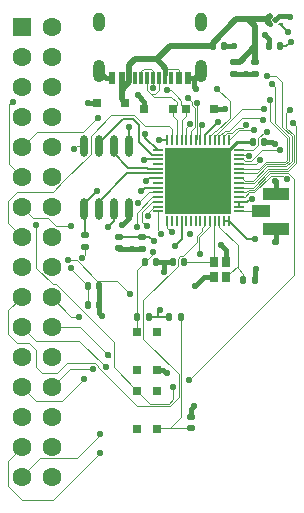
<source format=gbr>
%TF.GenerationSoftware,KiCad,Pcbnew,8.0.1*%
%TF.CreationDate,2024-04-25T23:54:08-05:00*%
%TF.ProjectId,Final Projeco,46696e61-6c20-4507-926f-6a65636f2e6b,rev?*%
%TF.SameCoordinates,Original*%
%TF.FileFunction,Copper,L1,Top*%
%TF.FilePolarity,Positive*%
%FSLAX46Y46*%
G04 Gerber Fmt 4.6, Leading zero omitted, Abs format (unit mm)*
G04 Created by KiCad (PCBNEW 8.0.1) date 2024-04-25 23:54:08*
%MOMM*%
%LPD*%
G01*
G04 APERTURE LIST*
G04 Aperture macros list*
%AMRoundRect*
0 Rectangle with rounded corners*
0 $1 Rounding radius*
0 $2 $3 $4 $5 $6 $7 $8 $9 X,Y pos of 4 corners*
0 Add a 4 corners polygon primitive as box body*
4,1,4,$2,$3,$4,$5,$6,$7,$8,$9,$2,$3,0*
0 Add four circle primitives for the rounded corners*
1,1,$1+$1,$2,$3*
1,1,$1+$1,$4,$5*
1,1,$1+$1,$6,$7*
1,1,$1+$1,$8,$9*
0 Add four rect primitives between the rounded corners*
20,1,$1+$1,$2,$3,$4,$5,0*
20,1,$1+$1,$4,$5,$6,$7,0*
20,1,$1+$1,$6,$7,$8,$9,0*
20,1,$1+$1,$8,$9,$2,$3,0*%
%AMRotRect*
0 Rectangle, with rotation*
0 The origin of the aperture is its center*
0 $1 length*
0 $2 width*
0 $3 Rotation angle, in degrees counterclockwise*
0 Add horizontal line*
21,1,$1,$2,0,0,$3*%
%AMFreePoly0*
4,1,5,0.099975,0.075057,0.099975,-0.174956,-0.100025,-0.174956,-0.100025,0.275057,0.099975,0.075057,0.099975,0.075057,$1*%
%AMFreePoly1*
4,1,6,0.100025,-0.174956,-0.099975,-0.174956,-0.099975,0.075057,0.050013,0.225044,0.100025,0.225044,0.100025,-0.174956,0.100025,-0.174956,$1*%
%AMFreePoly2*
4,1,6,0.100025,-0.224841,0.050013,-0.224816,-0.100000,-0.074829,-0.099975,0.175184,0.100025,0.175184,0.100025,-0.224841,0.100025,-0.224841,$1*%
%AMFreePoly3*
4,1,6,0.100000,-0.075057,-0.050013,-0.225044,-0.100025,-0.225044,-0.100025,0.174956,0.099975,0.174956,0.100000,-0.075057,0.100000,-0.075057,$1*%
G04 Aperture macros list end*
%TA.AperFunction,SMDPad,CuDef*%
%ADD10RoundRect,0.050000X0.387500X0.050000X-0.387500X0.050000X-0.387500X-0.050000X0.387500X-0.050000X0*%
%TD*%
%TA.AperFunction,SMDPad,CuDef*%
%ADD11RoundRect,0.050000X0.050000X0.387500X-0.050000X0.387500X-0.050000X-0.387500X0.050000X-0.387500X0*%
%TD*%
%TA.AperFunction,SMDPad,CuDef*%
%ADD12R,5.600000X5.600000*%
%TD*%
%TA.AperFunction,SMDPad,CuDef*%
%ADD13RoundRect,0.140000X-0.140000X-0.170000X0.140000X-0.170000X0.140000X0.170000X-0.140000X0.170000X0*%
%TD*%
%TA.AperFunction,SMDPad,CuDef*%
%ADD14R,0.800000X0.800000*%
%TD*%
%TA.AperFunction,SMDPad,CuDef*%
%ADD15R,2.200000X1.100000*%
%TD*%
%TA.AperFunction,SMDPad,CuDef*%
%ADD16R,1.500000X1.100000*%
%TD*%
%TA.AperFunction,SMDPad,CuDef*%
%ADD17RoundRect,0.140000X0.140000X0.170000X-0.140000X0.170000X-0.140000X-0.170000X0.140000X-0.170000X0*%
%TD*%
%TA.AperFunction,SMDPad,CuDef*%
%ADD18RoundRect,0.140000X-0.170000X0.140000X-0.170000X-0.140000X0.170000X-0.140000X0.170000X0.140000X0*%
%TD*%
%TA.AperFunction,SMDPad,CuDef*%
%ADD19RoundRect,0.135000X0.135000X0.185000X-0.135000X0.185000X-0.135000X-0.185000X0.135000X-0.185000X0*%
%TD*%
%TA.AperFunction,SMDPad,CuDef*%
%ADD20RoundRect,0.135000X-0.135000X-0.185000X0.135000X-0.185000X0.135000X0.185000X-0.135000X0.185000X0*%
%TD*%
%TA.AperFunction,SMDPad,CuDef*%
%ADD21O,0.629997X1.864999*%
%TD*%
%TA.AperFunction,SMDPad,CuDef*%
%ADD22RoundRect,0.135000X-0.185000X0.135000X-0.185000X-0.135000X0.185000X-0.135000X0.185000X0.135000X0*%
%TD*%
%TA.AperFunction,ComponentPad*%
%ADD23O,1.000000X1.900000*%
%TD*%
%TA.AperFunction,ComponentPad*%
%ADD24O,1.000000X1.600000*%
%TD*%
%TA.AperFunction,SMDPad,CuDef*%
%ADD25R,0.600000X1.140005*%
%TD*%
%TA.AperFunction,SMDPad,CuDef*%
%ADD26R,0.300000X1.140005*%
%TD*%
%TA.AperFunction,SMDPad,CuDef*%
%ADD27R,0.775006X0.875006*%
%TD*%
%TA.AperFunction,SMDPad,CuDef*%
%ADD28R,0.750013X0.700000*%
%TD*%
%TA.AperFunction,SMDPad,CuDef*%
%ADD29RoundRect,0.135000X0.185000X-0.135000X0.185000X0.135000X-0.185000X0.135000X-0.185000X-0.135000X0*%
%TD*%
%TA.AperFunction,SMDPad,CuDef*%
%ADD30FreePoly0,90.000000*%
%TD*%
%TA.AperFunction,SMDPad,CuDef*%
%ADD31FreePoly1,90.000000*%
%TD*%
%TA.AperFunction,SMDPad,CuDef*%
%ADD32FreePoly2,90.000000*%
%TD*%
%TA.AperFunction,SMDPad,CuDef*%
%ADD33FreePoly3,90.000000*%
%TD*%
%TA.AperFunction,SMDPad,CuDef*%
%ADD34RotRect,0.450013X0.450013X135.000000*%
%TD*%
%TA.AperFunction,SMDPad,CuDef*%
%ADD35RoundRect,0.140000X0.170000X-0.140000X0.170000X0.140000X-0.170000X0.140000X-0.170000X-0.140000X0*%
%TD*%
%TA.AperFunction,ComponentPad*%
%ADD36R,1.600000X1.600000*%
%TD*%
%TA.AperFunction,ComponentPad*%
%ADD37C,1.600000*%
%TD*%
%TA.AperFunction,ViaPad*%
%ADD38C,0.560000*%
%TD*%
%TA.AperFunction,Conductor*%
%ADD39C,0.450000*%
%TD*%
%TA.AperFunction,Conductor*%
%ADD40C,0.200000*%
%TD*%
%TA.AperFunction,Conductor*%
%ADD41C,0.119400*%
%TD*%
%TA.AperFunction,Conductor*%
%ADD42C,0.150000*%
%TD*%
%TA.AperFunction,Conductor*%
%ADD43C,0.090000*%
%TD*%
%TA.AperFunction,Conductor*%
%ADD44C,0.500000*%
%TD*%
%TA.AperFunction,Conductor*%
%ADD45C,0.250000*%
%TD*%
G04 APERTURE END LIST*
D10*
%TO.P,U1,1,LNA_IN/RF*%
%TO.N,Net-(JP1-SIN)*%
X45597500Y-33672500D03*
%TO.P,U1,2,VDD3P3*%
%TO.N,VDD3P3*%
X45597500Y-33272500D03*
%TO.P,U1,3,VDD3P3*%
X45597500Y-32872500D03*
%TO.P,U1,4,CHIP_PU/RESET*%
%TO.N,/RESET*%
X45597500Y-32472500D03*
%TO.P,U1,5,GPIO0/BOOT*%
%TO.N,/GPIO0{slash}BOOT*%
X45597500Y-32072500D03*
%TO.P,U1,6,GPIO1/ADC1_CH0*%
%TO.N,/GPIO1*%
X45597500Y-31672500D03*
%TO.P,U1,7,GPIO2/ADC1_CH1*%
%TO.N,/GPIO2*%
X45597500Y-31272500D03*
%TO.P,U1,8,GPIO3/ADC1_CH2*%
%TO.N,/GPIO3*%
X45597500Y-30872500D03*
%TO.P,U1,9,GPIO4/ADC1_CH3*%
%TO.N,/GPIO4*%
X45597500Y-30472500D03*
%TO.P,U1,10,GPIO5/ADC1_CH4*%
%TO.N,/GPIO5*%
X45597500Y-30072500D03*
%TO.P,U1,11,GPIO6/ADC1_CH5*%
%TO.N,/GPIO6*%
X45597500Y-29672500D03*
%TO.P,U1,12,GPIO7/ADC1_CH6*%
%TO.N,/GPIO7*%
X45597500Y-29272500D03*
%TO.P,U1,13,GPIO8/ADC1_CH7*%
%TO.N,/GPIO8*%
X45597500Y-28872500D03*
%TO.P,U1,14,GPIO9/ADC1_CH8*%
%TO.N,/GPIO9*%
X45597500Y-28472500D03*
D11*
%TO.P,U1,15,GPIO10/ADC1_CH9*%
%TO.N,/GPIO10*%
X44760000Y-27635000D03*
%TO.P,U1,16,GPIO11/ADC2_CH0*%
%TO.N,/GPIO11*%
X44360000Y-27635000D03*
%TO.P,U1,17,GPIO12/ADC2_CH1*%
%TO.N,/GPIO12*%
X43960000Y-27635000D03*
%TO.P,U1,18,GPIO13/ADC2_CH2*%
%TO.N,/GPIO13*%
X43560000Y-27635000D03*
%TO.P,U1,19,GPIO14/ADC2_CH3*%
%TO.N,/GPIO14*%
X43160000Y-27635000D03*
%TO.P,U1,20,VDD3P3_RTC*%
%TO.N,VDD3P3*%
X42760000Y-27635000D03*
%TO.P,U1,21,GPIO15/ADC2_CH4/XTAL_32K_P*%
%TO.N,/GPIO15*%
X42360000Y-27635000D03*
%TO.P,U1,22,GPIO16/ADC2_CH5/XTAL_32K_N*%
%TO.N,/GPIO16*%
X41960000Y-27635000D03*
%TO.P,U1,23,GPIO17/ADC2_CH6*%
%TO.N,/GPIO17*%
X41560000Y-27635000D03*
%TO.P,U1,24,GPIO18/ADC2_CH7*%
%TO.N,/GPIO18*%
X41160000Y-27635000D03*
%TO.P,U1,25,GPIO19/USB_D-/ADC2_CH8*%
%TO.N,/USB_D+*%
X40760000Y-27635000D03*
%TO.P,U1,26,GPIO20/USB_D+/ADC2_CH9*%
%TO.N,/USB_D-*%
X40360000Y-27635000D03*
%TO.P,U1,27,GPIO21*%
%TO.N,/GPIO21*%
X39960000Y-27635000D03*
%TO.P,U1,28,SPI_CS1/GPIO26*%
%TO.N,/SPICS1*%
X39560000Y-27635000D03*
D10*
%TO.P,U1,29,VDD_SPI*%
%TO.N,VDD3P3*%
X38722500Y-28472500D03*
%TO.P,U1,30,SPIHD/GPIO27*%
%TO.N,/SPIHD*%
X38722500Y-28872500D03*
%TO.P,U1,31,SPIWP/GPIO28*%
%TO.N,/SPIWP*%
X38722500Y-29272500D03*
%TO.P,U1,32,SPICS0/GPIO29*%
%TO.N,unconnected-(U1-SPICS0{slash}GPIO29-Pad32)*%
X38722500Y-29672500D03*
%TO.P,U1,33,SPICLK/GPIO30*%
%TO.N,/SPICLK*%
X38722500Y-30072500D03*
%TO.P,U1,34,SPIQ/GPIO31*%
%TO.N,/SPIQ*%
X38722500Y-30472500D03*
%TO.P,U1,35,SPID/GPIO32*%
%TO.N,/SPID*%
X38722500Y-30872500D03*
%TO.P,U1,36,SPICLK_N/GPIO48*%
%TO.N,unconnected-(U1-SPICLK_N{slash}GPIO48-Pad36)*%
X38722500Y-31272500D03*
%TO.P,U1,37,SPICLK_P/GPIO47*%
%TO.N,/SPICLK_GPIO47*%
X38722500Y-31672500D03*
%TO.P,U1,38,GPIO33*%
%TO.N,/GPIO33*%
X38722500Y-32072500D03*
%TO.P,U1,39,GPIO34*%
%TO.N,/GPIO34*%
X38722500Y-32472500D03*
%TO.P,U1,40,GPIO35*%
%TO.N,/GPIO35*%
X38722500Y-32872500D03*
%TO.P,U1,41,GPIO36*%
%TO.N,/GPIO36*%
X38722500Y-33272500D03*
%TO.P,U1,42,GPIO37*%
%TO.N,/GPIO37*%
X38722500Y-33672500D03*
D11*
%TO.P,U1,43,GPIO38*%
%TO.N,/GPIO38*%
X39560000Y-34510000D03*
%TO.P,U1,44,MTCK/JTAG/GPIO39*%
%TO.N,unconnected-(U1-MTCK{slash}JTAG{slash}GPIO39-Pad44)*%
X39960000Y-34510000D03*
%TO.P,U1,45,MTDO/JTAG/GPIO40*%
%TO.N,unconnected-(U1-MTDO{slash}JTAG{slash}GPIO40-Pad45)*%
X40360000Y-34510000D03*
%TO.P,U1,46,VDD3P3_CPU*%
%TO.N,VDD3P3*%
X40760000Y-34510000D03*
%TO.P,U1,47,MTDI/JTAG/GPIO41*%
%TO.N,unconnected-(U1-MTDI{slash}JTAG{slash}GPIO41-Pad47)*%
X41160000Y-34510000D03*
%TO.P,U1,48,MTMS/JTAG/GPIO42*%
%TO.N,unconnected-(U1-MTMS{slash}JTAG{slash}GPIO42-Pad48)*%
X41560000Y-34510000D03*
%TO.P,U1,49,U0TXD/PROG/GPIO43*%
%TO.N,unconnected-(U1-U0TXD{slash}PROG{slash}GPIO43-Pad49)*%
X41960000Y-34510000D03*
%TO.P,U1,50,U0RXD/PROG/GPIO44*%
%TO.N,unconnected-(U1-U0RXD{slash}PROG{slash}GPIO44-Pad50)*%
X42360000Y-34510000D03*
%TO.P,U1,51,GPIO45*%
%TO.N,/GPIO45*%
X42760000Y-34510000D03*
%TO.P,U1,52,GPIO46*%
%TO.N,/GPIO46*%
X43160000Y-34510000D03*
%TO.P,U1,53,XTAL_N*%
%TO.N,/XTAL_P*%
X43560000Y-34510000D03*
%TO.P,U1,54,XTAL_P*%
%TO.N,/XTAL_N*%
X43960000Y-34510000D03*
%TO.P,U1,55,VDDA*%
%TO.N,VDD3P3*%
X44360000Y-34510000D03*
%TO.P,U1,56,VDDA*%
X44760000Y-34510000D03*
D12*
%TO.P,U1,57,GND*%
%TO.N,/GND_PIN*%
X42160000Y-31072500D03*
%TD*%
D13*
%TO.P,C2,1*%
%TO.N,/XTAL_N*%
X46000000Y-39500000D03*
%TO.P,C2,2*%
%TO.N,GND*%
X46960000Y-39500000D03*
%TD*%
D14*
%TO.P,D3,1,K*%
%TO.N,/USB_D-*%
X39999898Y-25000000D03*
%TO.P,D3,2,A*%
%TO.N,GND*%
X37600102Y-25000000D03*
%TD*%
D15*
%TO.P,JP1,1,GND*%
%TO.N,GND*%
X48749968Y-32177600D03*
D16*
%TO.P,JP1,2,SIN*%
%TO.N,Net-(JP1-SIN)*%
X47500032Y-33676457D03*
D15*
%TO.P,JP1,3,GND*%
%TO.N,GND*%
X48749968Y-35177600D03*
%TD*%
D17*
%TO.P,C5,1*%
%TO.N,VDD3P3*%
X49100000Y-19700000D03*
%TO.P,C5,2*%
%TO.N,GND*%
X48140000Y-19700000D03*
%TD*%
D18*
%TO.P,C10,1*%
%TO.N,/SPICLK_GPIO47*%
X35450000Y-35840000D03*
%TO.P,C10,2*%
%TO.N,GND*%
X35450000Y-36800000D03*
%TD*%
D13*
%TO.P,C6,1*%
%TO.N,/VBUS*%
X43400000Y-19700000D03*
%TO.P,C6,2*%
%TO.N,GND*%
X44360000Y-19700000D03*
%TD*%
D19*
%TO.P,R1,1*%
%TO.N,VDD3P3*%
X38000000Y-42600000D03*
%TO.P,R1,2*%
%TO.N,/RESET*%
X36980000Y-42600000D03*
%TD*%
D20*
%TO.P,R4,1*%
%TO.N,VDD3P3*%
X39700000Y-42600000D03*
%TO.P,R4,2*%
%TO.N,Net-(C7-Pad1)*%
X40720000Y-42600000D03*
%TD*%
D21*
%TO.P,U4,1,CE#*%
%TO.N,/SPICS1*%
X32499996Y-33499999D03*
%TO.P,U4,2,SO/SIO[1]*%
%TO.N,/SPIQ*%
X33769999Y-33499999D03*
%TO.P,U4,3,SIO[2]*%
%TO.N,/SPIWP*%
X35040001Y-33499999D03*
%TO.P,U4,4,VSS*%
%TO.N,GND*%
X36310004Y-33499999D03*
%TO.P,U4,5,SI/SIO[0]*%
%TO.N,/SPID*%
X36310004Y-28135001D03*
%TO.P,U4,6,SCLK*%
%TO.N,/SPICLK*%
X35040001Y-28135001D03*
%TO.P,U4,7,SIO[3]*%
%TO.N,/SPIHD*%
X33769999Y-28135001D03*
%TO.P,U4,8,VCC*%
%TO.N,Net-(U4-VCC)*%
X32499996Y-28135001D03*
%TD*%
D22*
%TO.P,R6,1*%
%TO.N,/SPICLK_GPIO47*%
X37430000Y-35830000D03*
%TO.P,R6,2*%
%TO.N,GND*%
X37430000Y-36850000D03*
%TD*%
D23*
%TO.P,U2,1,SHELL*%
%TO.N,GND*%
X42419941Y-21805131D03*
%TO.P,U2,2,SHELL*%
X33779859Y-21805131D03*
D24*
%TO.P,U2,3,SHELL*%
X33779859Y-17625044D03*
%TO.P,U2,4,SHELL*%
X42419941Y-17625044D03*
D25*
%TO.P,U2,A1B12,GND*%
X41300052Y-22375108D03*
%TO.P,U2,A4B9,VBUS*%
%TO.N,/VBUS*%
X40499951Y-22375108D03*
D26*
%TO.P,U2,A5,CC1*%
X39350091Y-22375108D03*
%TO.P,U2,A6,DP1*%
%TO.N,/USB_D+*%
X38350091Y-22375108D03*
%TO.P,U2,A7,DN1*%
%TO.N,/USB_D-*%
X37849964Y-22375108D03*
%TO.P,U2,A8,SBU1*%
%TO.N,unconnected-(U2-SBU1-PadA8)*%
X36849964Y-22375108D03*
D25*
%TO.P,U2,B1A12,GND*%
%TO.N,GND*%
X34900002Y-22375108D03*
%TO.P,U2,B4A9,VBUS*%
%TO.N,/VBUS*%
X35700103Y-22375108D03*
D26*
%TO.P,U2,B5,CC2*%
X36350091Y-22375108D03*
%TO.P,U2,B6,DP2*%
%TO.N,/USB_D+*%
X37350091Y-22375108D03*
%TO.P,U2,B7,DN2*%
%TO.N,/USB_D-*%
X38849964Y-22375108D03*
%TO.P,U2,B8,SBU2*%
%TO.N,unconnected-(U2-SBU2-PadB8)*%
X39849964Y-22375108D03*
%TD*%
D27*
%TO.P,X1,1,1*%
%TO.N,/XTAL_P*%
X43524165Y-37999951D03*
%TO.P,X1,2,GND*%
%TO.N,GND*%
X43524165Y-39276049D03*
%TO.P,X1,3,3*%
%TO.N,/XTAL_N*%
X44500035Y-39276049D03*
%TO.P,X1,4,GND*%
%TO.N,GND*%
X44500035Y-37999951D03*
%TD*%
D28*
%TO.P,U6,1,1*%
%TO.N,unconnected-(U6-Pad1)*%
X38649943Y-48900000D03*
%TO.P,U6,2,2*%
%TO.N,Net-(C7-Pad1)*%
X38649943Y-52099898D03*
%TO.P,U6,3,3*%
%TO.N,/GPIO0{slash}BOOT*%
X36999956Y-48900000D03*
%TO.P,U6,4,4*%
%TO.N,unconnected-(U6-Pad4)*%
X36999956Y-52099898D03*
%TD*%
D13*
%TO.P,C3,1*%
%TO.N,/RESET*%
X37640000Y-38000000D03*
%TO.P,C3,2*%
%TO.N,GND*%
X38600000Y-38000000D03*
%TD*%
%TO.P,C4,1*%
%TO.N,/GND_PIN*%
X46770000Y-27810000D03*
%TO.P,C4,2*%
%TO.N,GND*%
X47730000Y-27810000D03*
%TD*%
%TO.P,C8,1*%
%TO.N,Net-(U4-VCC)*%
X32840000Y-41600000D03*
%TO.P,C8,2*%
%TO.N,GND*%
X33800000Y-41600000D03*
%TD*%
D29*
%TO.P,R5,1*%
%TO.N,Net-(U4-VCC)*%
X32600000Y-36720000D03*
%TO.P,R5,2*%
%TO.N,/SPICS1*%
X32600000Y-35700000D03*
%TD*%
D30*
%TO.P,U3,1,OUT*%
%TO.N,VDD3P3*%
X49175235Y-17825121D03*
D31*
%TO.P,U3,2,GND*%
%TO.N,GND*%
X49175235Y-17174879D03*
D32*
%TO.P,U3,3,EN*%
%TO.N,/VBUS*%
X48225019Y-17174879D03*
D33*
%TO.P,U3,4,IN*%
X48224765Y-17825121D03*
D34*
%TO.P,U3,5,EPAD*%
%TO.N,GND*%
X48700000Y-17500000D03*
%TD*%
D13*
%TO.P,C9,1*%
%TO.N,Net-(U4-VCC)*%
X32840000Y-40000000D03*
%TO.P,C9,2*%
%TO.N,GND*%
X33800000Y-40000000D03*
%TD*%
D14*
%TO.P,D1,1,K*%
%TO.N,/VBUS*%
X35999998Y-24500000D03*
%TO.P,D1,2,A*%
%TO.N,GND*%
X33600202Y-24500000D03*
%TD*%
%TO.P,D2,1,K*%
%TO.N,/USB_D+*%
X41100102Y-25000000D03*
%TO.P,D2,2,A*%
%TO.N,GND*%
X43499898Y-25000000D03*
%TD*%
D13*
%TO.P,C1,1*%
%TO.N,GND*%
X40000000Y-38000000D03*
%TO.P,C1,2*%
%TO.N,/XTAL_P*%
X40960000Y-38000000D03*
%TD*%
D22*
%TO.P,R2,1*%
%TO.N,/VBUS*%
X45200000Y-21000000D03*
%TO.P,R2,2*%
%TO.N,GND*%
X45200000Y-22020000D03*
%TD*%
D35*
%TO.P,C7,1*%
%TO.N,Net-(C7-Pad1)*%
X41600000Y-52060000D03*
%TO.P,C7,2*%
%TO.N,GND*%
X41600000Y-51100000D03*
%TD*%
D36*
%TO.P,U7,1,1*%
%TO.N,/GPIO12*%
X27209997Y-18049962D03*
D37*
%TO.P,U7,2,2*%
%TO.N,GND*%
X29750003Y-18049962D03*
%TO.P,U7,3,3*%
%TO.N,/GPIO13*%
X27209997Y-20589967D03*
%TO.P,U7,4,4*%
%TO.N,VDD3P3*%
X29750003Y-20589967D03*
%TO.P,U7,5,5*%
%TO.N,/GPIO14*%
X27209997Y-23129972D03*
%TO.P,U7,6,6*%
%TO.N,/GPIO0{slash}BOOT*%
X29750003Y-23129972D03*
%TO.P,U7,7,7*%
%TO.N,/GPIO15*%
X27209997Y-25669977D03*
%TO.P,U7,8,8*%
%TO.N,/GPIO1*%
X29750003Y-25669977D03*
%TO.P,U7,9,9*%
%TO.N,/GPIO16*%
X27209997Y-28209982D03*
%TO.P,U7,10,10*%
%TO.N,/GPIO2*%
X29750003Y-28209982D03*
%TO.P,U7,11,11*%
%TO.N,/GPIO17*%
X27209997Y-30749987D03*
%TO.P,U7,12,12*%
%TO.N,/GPIO3*%
X29750003Y-30749987D03*
%TO.P,U7,13,13*%
%TO.N,/GPIO18*%
X27209997Y-33289992D03*
%TO.P,U7,14,14*%
%TO.N,/GPIO4*%
X29750003Y-33289992D03*
%TO.P,U7,15,15*%
%TO.N,/GPIO21*%
X27209997Y-35829997D03*
%TO.P,U7,16,16*%
%TO.N,/GPIO5*%
X29750003Y-35829997D03*
%TO.P,U7,17,17*%
%TO.N,/GPIO38*%
X27209997Y-38370003D03*
%TO.P,U7,18,18*%
%TO.N,/GPIO6*%
X29750003Y-38370003D03*
%TO.P,U7,19,19*%
%TO.N,/GPIO45*%
X27209997Y-40910008D03*
%TO.P,U7,20,20*%
%TO.N,/GPIO7*%
X29750003Y-40910008D03*
%TO.P,U7,21,21*%
%TO.N,/GPIO46*%
X27209997Y-43450013D03*
%TO.P,U7,22,22*%
%TO.N,/GPIO8*%
X29750003Y-43450013D03*
%TO.P,U7,23,23*%
%TO.N,/GPIO33*%
X27209997Y-45990018D03*
%TO.P,U7,24,24*%
%TO.N,/GPIO9*%
X29750003Y-45990018D03*
%TO.P,U7,25,25*%
%TO.N,/GPIO34*%
X27209997Y-48530023D03*
%TO.P,U7,26,26*%
%TO.N,/GPIO10*%
X29750003Y-48530023D03*
%TO.P,U7,27,27*%
%TO.N,/GPIO35*%
X27209997Y-51070028D03*
%TO.P,U7,28,28*%
%TO.N,/GPIO11*%
X29750003Y-51070028D03*
%TO.P,U7,29,29*%
%TO.N,/GPIO36*%
X27209997Y-53610033D03*
%TO.P,U7,30,30*%
%TO.N,VDD3P3*%
X29750003Y-53610033D03*
%TO.P,U7,31,31*%
%TO.N,/GPIO37*%
X27209997Y-56150038D03*
%TO.P,U7,32,32*%
%TO.N,GND*%
X29750003Y-56150038D03*
%TD*%
D28*
%TO.P,U5,1,1*%
%TO.N,unconnected-(U5-Pad1)*%
X36999957Y-47099900D03*
%TO.P,U5,2,2*%
%TO.N,/RESET*%
X36999957Y-43900002D03*
%TO.P,U5,3,3*%
%TO.N,GND*%
X38649944Y-47099900D03*
%TO.P,U5,4,4*%
%TO.N,unconnected-(U5-Pad4)*%
X38649944Y-43900002D03*
%TD*%
D22*
%TO.P,R3,1*%
%TO.N,/VBUS*%
X47000000Y-21000000D03*
%TO.P,R3,2*%
%TO.N,GND*%
X47000000Y-22020000D03*
%TD*%
D38*
%TO.N,GND*%
X39300000Y-38800000D03*
X44400000Y-25000000D03*
X45200000Y-19700000D03*
X47100000Y-38600000D03*
X41900000Y-40000000D03*
X46200000Y-22020000D03*
X32870000Y-24500000D03*
X39500000Y-47400000D03*
X49900000Y-17200000D03*
X48630000Y-28010000D03*
X37050000Y-23870000D03*
X35730000Y-34820000D03*
X36570000Y-36850000D03*
X42000000Y-23300000D03*
X47840000Y-18790000D03*
X48700000Y-31100000D03*
X34000000Y-42500000D03*
X48700000Y-36300000D03*
X44063800Y-36500000D03*
X41800000Y-50200000D03*
%TO.N,VDD3P3*%
X38900000Y-42000000D03*
X50000000Y-19300000D03*
X46950000Y-36050000D03*
X43840000Y-26110000D03*
X46700000Y-32600000D03*
X49800000Y-18500000D03*
X37700000Y-27140000D03*
X40200000Y-36600000D03*
%TO.N,/GPIO4*%
X48430000Y-22910000D03*
%TO.N,/GPIO1*%
X50220000Y-26240000D03*
%TO.N,/GPIO3*%
X47970000Y-22200000D03*
%TO.N,/GPIO2*%
X49910000Y-25100000D03*
%TO.N,/RESET*%
X49670000Y-30980000D03*
X38330000Y-37120000D03*
%TO.N,/USB_D+*%
X38350100Y-23250100D03*
X39500100Y-23400000D03*
%TO.N,/SPICS1*%
X38881400Y-27642300D03*
X33621800Y-31918200D03*
%TO.N,/GPIO8*%
X34555000Y-45855000D03*
X46447700Y-28981100D03*
%TO.N,/GPIO13*%
X47730000Y-25000000D03*
%TO.N,/GPIO5*%
X48260000Y-24290000D03*
%TO.N,/SPID*%
X36320000Y-26530000D03*
X37750000Y-31117600D03*
%TO.N,Net-(U4-VCC)*%
X32320000Y-37620000D03*
X31620000Y-28440000D03*
X31433800Y-38481600D03*
%TO.N,/GPIO7*%
X49100600Y-28477100D03*
X32110000Y-42600000D03*
%TO.N,/GPIO6*%
X47396700Y-29303000D03*
%TO.N,/GPIO38*%
X41470000Y-35600000D03*
X31130900Y-37820600D03*
X39910000Y-35450000D03*
X36420000Y-40670000D03*
%TO.N,/GPIO11*%
X46190000Y-26350000D03*
%TO.N,/GPIO18*%
X31440000Y-34890000D03*
X41460000Y-26310000D03*
%TO.N,/GPIO14*%
X43760000Y-23290000D03*
%TO.N,/GPIO12*%
X47650000Y-25950000D03*
%TO.N,/GPIO10*%
X33250000Y-47000000D03*
X46910000Y-26810000D03*
%TO.N,/SPICLK_GPIO47*%
X38440000Y-36230000D03*
X37348800Y-31948800D03*
%TO.N,/GPIO0{slash}BOOT*%
X28440000Y-34870000D03*
X40070000Y-48560000D03*
X41420000Y-47930000D03*
%TO.N,/GPIO46*%
X42310000Y-37300000D03*
X34320000Y-46860000D03*
%TO.N,/SPIWP*%
X37580000Y-29370000D03*
X34530000Y-34980000D03*
%TO.N,/GPIO9*%
X48002700Y-26954100D03*
%TO.N,/GPIO17*%
X41291300Y-24081700D03*
X26510000Y-24430000D03*
%TO.N,/GPIO33*%
X37100000Y-32940000D03*
%TO.N,/GPIO16*%
X42089800Y-24511200D03*
X33680000Y-25740000D03*
%TO.N,/GPIO15*%
X42516500Y-26346100D03*
%TO.N,/GPIO35*%
X37810000Y-34920000D03*
%TO.N,/GPIO34*%
X36975000Y-34975000D03*
X32520000Y-47910000D03*
%TO.N,/GPIO37*%
X33820000Y-52560000D03*
X38994900Y-35560000D03*
%TO.N,/GPIO36*%
X33880000Y-54150000D03*
X37885000Y-34100000D03*
%TD*%
D39*
%TO.N,GND*%
X49175200Y-17174900D02*
X49025100Y-17174900D01*
X41850000Y-22375100D02*
X41850000Y-23150000D01*
X33800000Y-40000000D02*
X33800000Y-41600000D01*
X43499900Y-25000000D02*
X44400000Y-25000000D01*
X48430000Y-27810000D02*
X48630000Y-28010000D01*
X48750000Y-31743900D02*
X48750000Y-32177600D01*
X44360000Y-19700000D02*
X45200000Y-19700000D01*
X49874900Y-17174900D02*
X49900000Y-17200000D01*
X48749900Y-31743800D02*
X48749900Y-31149900D01*
X41300100Y-22375100D02*
X41300000Y-22375100D01*
X48749900Y-35713800D02*
X48749900Y-36250100D01*
X48749900Y-35177600D02*
X48749900Y-35713800D01*
X49025100Y-17174900D02*
X48700000Y-17500000D01*
X41850000Y-23150000D02*
X42000000Y-23300000D01*
X46200000Y-22020000D02*
X47000000Y-22020000D01*
X38650000Y-47099900D02*
X39199900Y-47099900D01*
X34900000Y-22375100D02*
X34349900Y-22375100D01*
X47730000Y-27810000D02*
X48430000Y-27810000D01*
X41300100Y-22375100D02*
X41850000Y-22375100D01*
X48749900Y-36250100D02*
X48700000Y-36300000D01*
X32870000Y-24500000D02*
X33600200Y-24500000D01*
X45200000Y-22020000D02*
X46200000Y-22020000D01*
X37430000Y-36850000D02*
X36570000Y-36850000D01*
X36570000Y-36850000D02*
X35500000Y-36850000D01*
X37600100Y-24420100D02*
X37600100Y-25000000D01*
X34349900Y-22375100D02*
X33779900Y-21805100D01*
X41850000Y-22375100D02*
X42420000Y-21805100D01*
X39300000Y-38000000D02*
X39300000Y-38800000D01*
X43524100Y-39276100D02*
X43524200Y-39276000D01*
X33800000Y-42300000D02*
X34000000Y-42500000D01*
X36310000Y-34240000D02*
X36310000Y-33500000D01*
X44500000Y-36936200D02*
X44063800Y-36500000D01*
X37050000Y-23870000D02*
X37600100Y-24420100D01*
X42623900Y-39276100D02*
X43524100Y-39276100D01*
X48749900Y-31149900D02*
X48700000Y-31100000D01*
X39199900Y-47099900D02*
X39500000Y-47400000D01*
X48749900Y-35713800D02*
X48750000Y-35713700D01*
X46960000Y-38740000D02*
X47100000Y-38600000D01*
X40000000Y-38000000D02*
X39300000Y-38000000D01*
X48749900Y-31743800D02*
X48750000Y-31743900D01*
X47840000Y-18790000D02*
X48140000Y-19090000D01*
X41600000Y-50400000D02*
X41800000Y-50200000D01*
X46960000Y-39500000D02*
X46960000Y-38740000D01*
X44500000Y-38000000D02*
X44500000Y-36936200D01*
X48140000Y-19090000D02*
X48140000Y-19700000D01*
X41900000Y-40000000D02*
X42623900Y-39276100D01*
X35730000Y-34820000D02*
X36310000Y-34240000D01*
X48750000Y-35713700D02*
X48750000Y-35177600D01*
X49175200Y-17174900D02*
X49874900Y-17174900D01*
X39300000Y-38000000D02*
X38600000Y-38000000D01*
X35500000Y-36850000D02*
X35450000Y-36800000D01*
X38650000Y-47099900D02*
X38649900Y-47099900D01*
X41600000Y-51100000D02*
X41600000Y-50400000D01*
X48749900Y-32177600D02*
X48749900Y-31743800D01*
X34900100Y-22375100D02*
X34900000Y-22375100D01*
X33800000Y-41600000D02*
X33800000Y-42300000D01*
D40*
%TO.N,VDD3P3*%
X37700000Y-27450000D02*
X38722500Y-28472500D01*
X42760000Y-27190000D02*
X42760000Y-27635000D01*
X39700000Y-42600000D02*
X38800000Y-42600000D01*
X44760000Y-34510000D02*
X44360000Y-34510000D01*
X49100000Y-19700000D02*
X49600000Y-19700000D01*
X49175200Y-17825100D02*
X49175200Y-17875200D01*
X45597500Y-32872500D02*
X46327500Y-32872500D01*
X40760000Y-36040000D02*
X40760000Y-34510000D01*
X37700000Y-27140000D02*
X37700000Y-27450000D01*
X46600000Y-32600000D02*
X46700000Y-32600000D01*
X40200000Y-36600000D02*
X40760000Y-36040000D01*
X38800000Y-42600000D02*
X38000000Y-42600000D01*
X43840000Y-26110000D02*
X42760000Y-27190000D01*
X46327500Y-32872500D02*
X46600000Y-32600000D01*
X46950000Y-36050000D02*
X46300000Y-36050000D01*
X49600000Y-19700000D02*
X50000000Y-19300000D01*
X38800000Y-42100000D02*
X38900000Y-42000000D01*
X49175200Y-17875200D02*
X49800000Y-18500000D01*
X46300000Y-36050000D02*
X44760000Y-34510000D01*
X45597500Y-32872500D02*
X45597500Y-33272500D01*
X38800000Y-42600000D02*
X38800000Y-42100000D01*
D41*
%TO.N,/XTAL_P*%
X43524100Y-38000000D02*
X43524200Y-37999900D01*
X43524100Y-34545900D02*
X43560000Y-34510000D01*
X43524200Y-37999900D02*
X43852800Y-37671300D01*
D42*
X43524200Y-37999900D02*
X43524200Y-38000000D01*
D41*
X43524100Y-38000000D02*
X43524100Y-34545900D01*
X43524100Y-38000000D02*
X40960000Y-38000000D01*
%TO.N,/XTAL_N*%
X44500000Y-39276100D02*
X44869300Y-38906800D01*
X44869300Y-38906800D02*
X45500000Y-38276100D01*
X43960000Y-34986900D02*
X43960000Y-34510000D01*
X45500000Y-38000000D02*
X45500000Y-36526900D01*
X45500000Y-38276100D02*
X45500000Y-38000000D01*
X45500000Y-38276100D02*
X45500000Y-38500000D01*
X45500000Y-36526900D02*
X43960000Y-34986900D01*
X45500000Y-38000000D02*
X45500000Y-38276100D01*
X45500000Y-38500000D02*
X46000000Y-39000000D01*
X46000000Y-39000000D02*
X46000000Y-39500000D01*
D42*
X44869300Y-38906800D02*
X44869200Y-38906800D01*
X44869200Y-38906800D02*
X44500000Y-39276000D01*
D43*
%TO.N,/GPIO4*%
X48710000Y-23190000D02*
X48710000Y-26217400D01*
X49860000Y-29383900D02*
X49553901Y-29690000D01*
X47946498Y-29690000D02*
X47163999Y-30472500D01*
X49860000Y-27367400D02*
X49860000Y-29383900D01*
X48710000Y-26217400D02*
X49860000Y-27367400D01*
X47163999Y-30472500D02*
X45597500Y-30472500D01*
X48430000Y-22910000D02*
X48710000Y-23190000D01*
X49553901Y-29690000D02*
X47946498Y-29690000D01*
%TO.N,/GPIO1*%
X46352599Y-31670000D02*
X46350099Y-31672500D01*
X48182599Y-30260000D02*
X46772600Y-31670000D01*
X50220000Y-26240000D02*
X50455000Y-26475000D01*
X46350099Y-31672500D02*
X45597500Y-31672500D01*
X50455000Y-26475000D02*
X50455000Y-29595000D01*
X46772600Y-31670000D02*
X46352599Y-31670000D01*
X50455000Y-29595000D02*
X49790000Y-30260000D01*
X49790000Y-30260000D02*
X48182599Y-30260000D01*
%TO.N,/GPIO3*%
X50075000Y-29437600D02*
X49632600Y-29880000D01*
X47970000Y-22200000D02*
X48720000Y-22200000D01*
X49632600Y-29880000D02*
X48025199Y-29880000D01*
X45912158Y-30872500D02*
X45597500Y-30872500D01*
X48025199Y-29880000D02*
X46822699Y-31082500D01*
X46122158Y-31082500D02*
X45912158Y-30872500D01*
X50075000Y-27313700D02*
X50075000Y-29437600D01*
X49290000Y-26528700D02*
X50075000Y-27313700D01*
X49290000Y-22770000D02*
X49290000Y-26528700D01*
X48720000Y-22200000D02*
X49290000Y-22770000D01*
X46822699Y-31082500D02*
X46122158Y-31082500D01*
%TO.N,/GPIO2*%
X50265000Y-27235000D02*
X50265000Y-29516300D01*
X46901400Y-31272500D02*
X45597500Y-31272500D01*
X49910000Y-25100000D02*
X49620000Y-25390000D01*
X49620000Y-25390000D02*
X49620000Y-26590000D01*
X50265000Y-29516300D02*
X49711300Y-30070000D01*
X49620000Y-26590000D02*
X50265000Y-27235000D01*
X48103899Y-30070000D02*
X46901400Y-31272500D01*
X49711300Y-30070000D02*
X48103899Y-30070000D01*
%TO.N,/RESET*%
X45597500Y-32472500D02*
X45620000Y-32450000D01*
X49345000Y-30655000D02*
X49670000Y-30980000D01*
X45620000Y-32450000D02*
X46110000Y-32450000D01*
X36980000Y-43880000D02*
X37000000Y-43900000D01*
X38330000Y-37310000D02*
X37640000Y-38000000D01*
X36980000Y-38660000D02*
X37640000Y-38000000D01*
X48325000Y-30655000D02*
X49345000Y-30655000D01*
X38330000Y-37120000D02*
X38330000Y-37310000D01*
X46510000Y-32050000D02*
X46930000Y-32050000D01*
X46930000Y-32050000D02*
X48325000Y-30655000D01*
X36980000Y-42600000D02*
X36980000Y-43880000D01*
X36980000Y-42600000D02*
X36980000Y-38660000D01*
X46110000Y-32450000D02*
X46510000Y-32050000D01*
%TO.N,/VBUS*%
X40500000Y-22252500D02*
X40500000Y-21715100D01*
D39*
X48225000Y-17174900D02*
X48225000Y-17174800D01*
D44*
X39350000Y-21510100D02*
X39350000Y-21660100D01*
X47000000Y-19700000D02*
X47000000Y-21000000D01*
X35700200Y-24200200D02*
X36000000Y-24500000D01*
X47986800Y-17600000D02*
X48134300Y-17747400D01*
X43400000Y-19700000D02*
X43400000Y-19390000D01*
D39*
X35700100Y-22887400D02*
X35700100Y-22375100D01*
X48225000Y-17174800D02*
X48218500Y-17168300D01*
X39350000Y-22062400D02*
X39350000Y-21660100D01*
D44*
X39739900Y-19700000D02*
X38639900Y-20800000D01*
X47986800Y-17400000D02*
X47986800Y-17600000D01*
D39*
X40500000Y-22252500D02*
X40499900Y-22252600D01*
D44*
X46400000Y-17400000D02*
X47000000Y-18000000D01*
D39*
X48224800Y-17825100D02*
X48212000Y-17825100D01*
D44*
X46400000Y-17400000D02*
X47986800Y-17400000D01*
D39*
X40499900Y-22252600D02*
X40499900Y-22375100D01*
D44*
X47000000Y-18000000D02*
X47000000Y-19700000D01*
X45700000Y-21000000D02*
X47000000Y-19700000D01*
D43*
X39350100Y-21749900D02*
X39350100Y-22062500D01*
D39*
X48212000Y-17825100D02*
X48134300Y-17747400D01*
D44*
X45200000Y-21000000D02*
X45700000Y-21000000D01*
X48134300Y-17747400D02*
X48218400Y-17831500D01*
X36800000Y-20800000D02*
X38639900Y-20800000D01*
X47986800Y-17400000D02*
X48218500Y-17168300D01*
X36350100Y-22375100D02*
X36350100Y-22750000D01*
X36350100Y-21249900D02*
X36800000Y-20800000D01*
X35700200Y-22375100D02*
X35700200Y-22887500D01*
D43*
X40500000Y-22600000D02*
X40500000Y-22252500D01*
D39*
X39350100Y-22062500D02*
X39350000Y-22062400D01*
D44*
X43400000Y-19700000D02*
X39739900Y-19700000D01*
X38639900Y-20800000D02*
X39350000Y-21510100D01*
D43*
X39439900Y-21660100D02*
X39350100Y-21749900D01*
D39*
X35700200Y-22887500D02*
X35700100Y-22887400D01*
D44*
X45390000Y-17400000D02*
X46400000Y-17400000D01*
D43*
X40500000Y-21715100D02*
X40445000Y-21660100D01*
X39350100Y-22062500D02*
X39350100Y-22375100D01*
D44*
X35700200Y-23400000D02*
X35700200Y-24200200D01*
D43*
X40445000Y-21660100D02*
X39439900Y-21660100D01*
D44*
X36350100Y-22750000D02*
X35700200Y-23400000D01*
X36350100Y-22375100D02*
X36350100Y-21249900D01*
X35700200Y-22887500D02*
X35700200Y-23400000D01*
X43400000Y-19390000D02*
X45390000Y-17400000D01*
D41*
%TO.N,/USB_D+*%
X41100100Y-25600000D02*
X40760000Y-25940100D01*
X39834100Y-23400000D02*
X39500100Y-23400000D01*
X41100100Y-25000000D02*
X40736700Y-24636600D01*
X38350100Y-23250100D02*
X38400000Y-23300000D01*
X38350100Y-22375100D02*
X38350100Y-23250100D01*
X41100100Y-25000000D02*
X41100100Y-25600000D01*
X37350100Y-21835600D02*
X37540300Y-21645400D01*
X40284200Y-23850100D02*
X39834100Y-23400000D01*
X40760000Y-25940100D02*
X40760000Y-27635000D01*
X38159700Y-21645400D02*
X38350100Y-21835800D01*
X37540300Y-21645400D02*
X38159700Y-21645400D01*
X38350100Y-21835800D02*
X38350100Y-22375100D01*
X40736700Y-24302600D02*
X40379000Y-23944800D01*
X40379000Y-23944800D02*
X40284200Y-23850100D01*
X37350100Y-22375100D02*
X37350100Y-21835600D01*
X40736700Y-24636600D02*
X40736700Y-24302600D01*
%TO.N,/USB_D-*%
X39896000Y-23990000D02*
X38439900Y-23990000D01*
X37850000Y-22375100D02*
X37786800Y-22438300D01*
X38850000Y-23400400D02*
X38850000Y-22375100D01*
X40363300Y-24457300D02*
X39896000Y-23990000D01*
X40360000Y-25930000D02*
X39999900Y-25569900D01*
X37850000Y-22750000D02*
X37850000Y-23400100D01*
X37850000Y-22375100D02*
X37850000Y-22750000D01*
X40360000Y-27635000D02*
X40360000Y-25930000D01*
X38159700Y-23709800D02*
X38540600Y-23709800D01*
X38850000Y-22375100D02*
X38786800Y-22438300D01*
X39999900Y-25569900D02*
X39999900Y-25000000D01*
X40363300Y-24636600D02*
X40363300Y-24457300D01*
X38540600Y-23709800D02*
X38850000Y-23400400D01*
X38439900Y-23990000D02*
X38159700Y-23709800D01*
X37850000Y-23400100D02*
X38159700Y-23709800D01*
X37850000Y-22750000D02*
X37800000Y-22800000D01*
X37850000Y-22375100D02*
X37850000Y-22750000D01*
X39999900Y-25000000D02*
X40363300Y-24636600D01*
D42*
%TO.N,/SPICS1*%
X39560000Y-27635000D02*
X38888700Y-27635000D01*
X32600000Y-35700000D02*
X32600000Y-34055000D01*
X32600000Y-33600000D02*
X32500000Y-33500000D01*
X32600000Y-34055000D02*
X32600000Y-32940000D01*
X32600000Y-32940000D02*
X33621800Y-31918200D01*
X32600000Y-34055000D02*
X32600000Y-33600000D01*
X38888700Y-27635000D02*
X38881400Y-27642300D01*
%TO.N,/SPICLK*%
X37809900Y-29975000D02*
X37907400Y-30072500D01*
X36262500Y-29975000D02*
X37809900Y-29975000D01*
X37907400Y-30072500D02*
X38722500Y-30072500D01*
X35040000Y-28135000D02*
X35040000Y-28752500D01*
X35040000Y-28752500D02*
X36262500Y-29975000D01*
D43*
%TO.N,/GPIO8*%
X29750003Y-43450013D02*
X32150013Y-43450013D01*
X45597500Y-28872500D02*
X46339100Y-28872500D01*
X34690000Y-45990000D02*
X34555000Y-45855000D01*
X32150013Y-43450013D02*
X34555000Y-45855000D01*
X46339100Y-28872500D02*
X46447700Y-28981100D01*
%TO.N,/GPIO13*%
X43560000Y-27320342D02*
X43560000Y-27635000D01*
X45880342Y-25000000D02*
X43560000Y-27320342D01*
X47730000Y-25000000D02*
X45880342Y-25000000D01*
%TO.N,/GPIO5*%
X49670000Y-29305200D02*
X49475200Y-29500000D01*
X48260000Y-26036100D02*
X49670000Y-27446100D01*
X47295299Y-30072500D02*
X45597500Y-30072500D01*
X49670000Y-27446100D02*
X49670000Y-29305200D01*
X47867798Y-29500000D02*
X47295299Y-30072500D01*
X48260000Y-24290000D02*
X48260000Y-26036100D01*
X49475200Y-29500000D02*
X47867798Y-29500000D01*
D42*
%TO.N,/SPID*%
X36320000Y-26820000D02*
X36310000Y-26830000D01*
X36310000Y-26830000D02*
X36310000Y-28135000D01*
X37750000Y-31117600D02*
X37995100Y-30872500D01*
X37995100Y-30872500D02*
X38722500Y-30872500D01*
X36320000Y-26530000D02*
X36320000Y-26820000D01*
D43*
%TO.N,Net-(U4-VCC)*%
X32600000Y-37340000D02*
X32600000Y-36720000D01*
X32500000Y-28135000D02*
X31925000Y-28135000D01*
X32500000Y-28170000D02*
X32480000Y-28190000D01*
X31433800Y-38593800D02*
X31433800Y-38481600D01*
X32840000Y-40000000D02*
X32840000Y-41600000D01*
X32840000Y-40000000D02*
X31433800Y-38593800D01*
X31925000Y-28135000D02*
X31620000Y-28440000D01*
X32500000Y-28135000D02*
X32500000Y-28170000D01*
X32320000Y-37620000D02*
X32600000Y-37340000D01*
%TO.N,/GPIO7*%
X32110000Y-42600000D02*
X31439995Y-42600000D01*
X31439995Y-42600000D02*
X29750003Y-40910008D01*
X45967900Y-29272500D02*
X45597500Y-29272500D01*
X46125200Y-29429800D02*
X45967900Y-29272500D01*
X46604200Y-29429800D02*
X46125200Y-29429800D01*
X49100600Y-28477100D02*
X47556900Y-28477100D01*
X47556900Y-28477100D02*
X46604200Y-29429800D01*
%TO.N,/GPIO21*%
X29836422Y-32000000D02*
X26840000Y-32000000D01*
X30695003Y-31141419D02*
X29836422Y-32000000D01*
X39960000Y-26720000D02*
X39725100Y-26485100D01*
X26840000Y-32000000D02*
X26045000Y-32795000D01*
X33080000Y-27270000D02*
X33080000Y-28823035D01*
X26045000Y-32795000D02*
X26045000Y-34665000D01*
X37697648Y-26485100D02*
X36742548Y-25530000D01*
X34820000Y-25530000D02*
X33080000Y-27270000D01*
X33080000Y-28823035D02*
X30761616Y-31141419D01*
X30761616Y-31141419D02*
X30695003Y-31141419D01*
X36742548Y-25530000D02*
X34820000Y-25530000D01*
X26045000Y-34665000D02*
X27209997Y-35829997D01*
X39960000Y-27635000D02*
X39960000Y-26720000D01*
X39725100Y-26485100D02*
X37697648Y-26485100D01*
%TO.N,/GPIO6*%
X47396700Y-29303000D02*
X47027200Y-29672500D01*
X47027200Y-29672500D02*
X45597500Y-29672500D01*
%TO.N,/GPIO38*%
X33615674Y-39545000D02*
X35295000Y-39545000D01*
X31130900Y-37820600D02*
X31891274Y-37820600D01*
X39910000Y-35450000D02*
X39560000Y-35100000D01*
X35295000Y-39545000D02*
X36420000Y-40670000D01*
X39560000Y-35100000D02*
X39560000Y-34510000D01*
X31891274Y-37820600D02*
X33615674Y-39545000D01*
%TO.N,/GPIO11*%
X46190000Y-26350000D02*
X45920000Y-26620000D01*
X44627842Y-27052500D02*
X44360000Y-27320342D01*
X45506299Y-26620000D02*
X45446299Y-26680000D01*
X45446299Y-26680000D02*
X45380000Y-26680000D01*
X45007500Y-27052500D02*
X44627842Y-27052500D01*
X45380000Y-26680000D02*
X45007500Y-27052500D01*
X44360000Y-27320342D02*
X44360000Y-27635000D01*
X45920000Y-26620000D02*
X45506299Y-26620000D01*
%TO.N,/GPIO45*%
X33695000Y-46870000D02*
X33695000Y-46815000D01*
X26100000Y-42020005D02*
X27209997Y-40910008D01*
X40656646Y-37445000D02*
X40425000Y-37676646D01*
X42492158Y-35092500D02*
X42492158Y-35341242D01*
X33435000Y-46555000D02*
X31035000Y-46555000D01*
X36975000Y-50150000D02*
X33695000Y-46870000D01*
X33695000Y-46815000D02*
X33435000Y-46555000D01*
X26100000Y-44035000D02*
X26100000Y-42020005D01*
X37519963Y-44491381D02*
X40515000Y-47486418D01*
X28420000Y-45410000D02*
X27800000Y-44790000D01*
X40425000Y-37676646D02*
X40425000Y-38304326D01*
X28420000Y-46830000D02*
X28420000Y-45410000D01*
X28930000Y-47340000D02*
X28420000Y-46830000D01*
X31035000Y-46555000D02*
X30250000Y-47340000D01*
X42070000Y-35763400D02*
X42070000Y-36290000D01*
X26855000Y-44790000D02*
X26100000Y-44035000D01*
X42760000Y-34824658D02*
X42492158Y-35092500D01*
X42070000Y-36290000D02*
X40915000Y-37445000D01*
X39788700Y-50150000D02*
X36975000Y-50150000D01*
X40425000Y-38304326D02*
X37519963Y-41209363D01*
X30250000Y-47340000D02*
X28930000Y-47340000D01*
X40515000Y-47486418D02*
X40515000Y-49423700D01*
X40915000Y-37445000D02*
X40656646Y-37445000D01*
X42492158Y-35341242D02*
X42070000Y-35763400D01*
X42760000Y-34510000D02*
X42760000Y-34824658D01*
X40515000Y-49423700D02*
X39788700Y-50150000D01*
X27800000Y-44790000D02*
X26855000Y-44790000D01*
X37519963Y-41209363D02*
X37519963Y-44491381D01*
%TO.N,/GPIO18*%
X31440000Y-34890000D02*
X30146400Y-34890000D01*
X29476400Y-34220000D02*
X28140000Y-34220000D01*
X30146400Y-34890000D02*
X29476400Y-34220000D01*
X28140000Y-34220000D02*
X27210000Y-33290000D01*
X41160000Y-26610000D02*
X41460000Y-26310000D01*
X41160000Y-27635000D02*
X41160000Y-26610000D01*
%TO.N,/GPIO14*%
X44845000Y-24375000D02*
X44845000Y-25734326D01*
X43160000Y-27278000D02*
X43160000Y-27635000D01*
X43713426Y-26865900D02*
X43572100Y-26865900D01*
X43760000Y-23290000D02*
X44845000Y-24375000D01*
X43572100Y-26865900D02*
X43160000Y-27278000D01*
X44845000Y-25734326D02*
X43713426Y-26865900D01*
%TO.N,/GPIO12*%
X47480000Y-25780000D02*
X45850000Y-25780000D01*
X45850000Y-25780000D02*
X44767500Y-26862500D01*
X44417842Y-26862500D02*
X43960000Y-27320342D01*
X47650000Y-25950000D02*
X47480000Y-25780000D01*
X43960000Y-27320342D02*
X43960000Y-27635000D01*
X44767500Y-26862500D02*
X44417842Y-26862500D01*
%TO.N,/GPIO10*%
X45585000Y-26810000D02*
X46910000Y-26810000D01*
X30515100Y-47765000D02*
X30515000Y-47765000D01*
X31280100Y-47000000D02*
X30515100Y-47765000D01*
X33250000Y-47000000D02*
X31280100Y-47000000D01*
X44760000Y-27635000D02*
X45585000Y-26810000D01*
X30515100Y-47765000D02*
X29750000Y-48530100D01*
X30515000Y-47765000D02*
X29750000Y-48530000D01*
D42*
%TO.N,/SPICLK_GPIO47*%
X37348800Y-31948800D02*
X37625000Y-31672500D01*
X37430000Y-35830000D02*
X38040000Y-35830000D01*
X37625000Y-31672500D02*
X38722500Y-31672500D01*
X38040000Y-35830000D02*
X38440000Y-36230000D01*
X35450000Y-35840000D02*
X37420000Y-35840000D01*
X37420000Y-35840000D02*
X37430000Y-35830000D01*
D43*
%TO.N,/GPIO0{slash}BOOT*%
X50290000Y-30970674D02*
X50290000Y-39060000D01*
X35000000Y-46900044D02*
X35000000Y-44730000D01*
X36999956Y-48900000D02*
X35000000Y-46900044D01*
X38059956Y-49960000D02*
X36999956Y-48900000D01*
X40070000Y-48560000D02*
X40070000Y-49600000D01*
X50290000Y-39060000D02*
X41420000Y-47930000D01*
X39710000Y-49960000D02*
X38059956Y-49960000D01*
X48246300Y-30465000D02*
X49784326Y-30465000D01*
X30141435Y-39871435D02*
X29871435Y-39871435D01*
X29871435Y-39871435D02*
X28440000Y-38440000D01*
X28440000Y-38440000D02*
X28440000Y-34870000D01*
X49784326Y-30465000D02*
X50290000Y-30970674D01*
X46851300Y-31860000D02*
X48246300Y-30465000D01*
X46431300Y-31860000D02*
X46851300Y-31860000D01*
X45597500Y-32072500D02*
X46218800Y-32072500D01*
X40070000Y-49600000D02*
X39710000Y-49960000D01*
X46218800Y-32072500D02*
X46431300Y-31860000D01*
X35000000Y-44730000D02*
X30141435Y-39871435D01*
%TO.N,/GPIO46*%
X32100000Y-44640000D02*
X28399984Y-44640000D01*
X43160000Y-34942100D02*
X42260000Y-35842100D01*
X43160000Y-34510000D02*
X43160000Y-34942100D01*
X34320000Y-46860000D02*
X32100000Y-44640000D01*
X42260000Y-37250000D02*
X42310000Y-37300000D01*
X28399984Y-44640000D02*
X27209997Y-43450013D01*
X42260000Y-35842100D02*
X42260000Y-37250000D01*
D42*
%TO.N,/SPIWP*%
X35040000Y-34470000D02*
X35040000Y-33500000D01*
X37677500Y-29272500D02*
X38722500Y-29272500D01*
X37580000Y-29370000D02*
X37677500Y-29272500D01*
X34530000Y-34980000D02*
X35040000Y-34470000D01*
%TO.N,/SPIHD*%
X37145100Y-27793500D02*
X37145100Y-26385000D01*
X36610000Y-25850000D02*
X35790000Y-25850000D01*
X35790000Y-25850000D02*
X33770000Y-27870000D01*
X38224100Y-28872500D02*
X37145100Y-27793500D01*
X38722500Y-28872500D02*
X38224100Y-28872500D01*
X37145100Y-26385000D02*
X36610000Y-25850000D01*
X33770000Y-27870000D02*
X33770000Y-28135000D01*
%TO.N,/SPIQ*%
X38722500Y-30472500D02*
X36180000Y-30472500D01*
X33770000Y-32882500D02*
X33770000Y-33500000D01*
X36180000Y-30472500D02*
X33770000Y-32882500D01*
D43*
%TO.N,/GPIO9*%
X47250000Y-27503400D02*
X47799300Y-26954100D01*
X46835500Y-28472500D02*
X47250000Y-28058000D01*
X47799300Y-26954100D02*
X48002700Y-26954100D01*
X47250000Y-28058000D02*
X47250000Y-27503400D01*
X45597500Y-28472500D02*
X46835500Y-28472500D01*
%TO.N,/GPIO17*%
X41652700Y-24443100D02*
X41291300Y-24081700D01*
X26150000Y-29689990D02*
X26150000Y-24560000D01*
X26380000Y-24560000D02*
X26510000Y-24430000D01*
X41652700Y-24677400D02*
X41652700Y-24443100D01*
X41896900Y-24921600D02*
X41652700Y-24677400D01*
X41560000Y-27635000D02*
X41560000Y-26915800D01*
X26150000Y-24560000D02*
X26380000Y-24560000D01*
X27209997Y-30749987D02*
X26150000Y-29689990D01*
X41560000Y-26915800D02*
X41896900Y-26578900D01*
X41896900Y-26578900D02*
X41896900Y-24921600D01*
D45*
%TO.N,/GND_PIN*%
X45422500Y-27810000D02*
X46770000Y-27810000D01*
X42160000Y-31072500D02*
X45422500Y-27810000D01*
D43*
%TO.N,Net-(C7-Pad1)*%
X38670000Y-52079900D02*
X38669900Y-52079900D01*
X41600000Y-52060000D02*
X39740000Y-52060000D01*
X38669900Y-52079900D02*
X38649900Y-52099900D01*
X40720000Y-51080000D02*
X40720000Y-42600000D01*
X38670000Y-52079900D02*
X38650000Y-52099900D01*
X39740000Y-52060000D02*
X38689900Y-52060000D01*
X38689900Y-52060000D02*
X38670000Y-52079900D01*
X39740000Y-52060000D02*
X40720000Y-51080000D01*
%TO.N,Net-(JP1-SIN)*%
X47499900Y-33676400D02*
X45601400Y-33676400D01*
X47499900Y-33676400D02*
X47500000Y-33676500D01*
X45601400Y-33676400D02*
X45597500Y-33672500D01*
X47500000Y-33676400D02*
X47499900Y-33676400D01*
%TO.N,/GPIO33*%
X37100000Y-32940000D02*
X37967500Y-32072500D01*
X37967500Y-32072500D02*
X38722500Y-32072500D01*
%TO.N,/GPIO16*%
X28489979Y-26930000D02*
X27209997Y-28209982D01*
X32436959Y-26930000D02*
X28489979Y-26930000D01*
X42089800Y-27505200D02*
X42089800Y-24511200D01*
X33496959Y-25870000D02*
X32436959Y-26930000D01*
X33550000Y-25870000D02*
X33496959Y-25870000D01*
X41960000Y-27635000D02*
X42089800Y-27505200D01*
X33680000Y-25740000D02*
X33550000Y-25870000D01*
%TO.N,/GPIO15*%
X42360000Y-26502600D02*
X42516500Y-26346100D01*
X42360000Y-27635000D02*
X42360000Y-26502600D01*
%TO.N,/GPIO35*%
X38722500Y-32872500D02*
X38285000Y-32872500D01*
X37440000Y-33717500D02*
X37440000Y-34550000D01*
X38285000Y-32872500D02*
X37440000Y-33717500D01*
X37440000Y-34550000D02*
X37810000Y-34920000D01*
%TO.N,/GPIO34*%
X28449900Y-49770000D02*
X27210000Y-48530100D01*
X27210000Y-48530100D02*
X27210000Y-48530000D01*
X32520000Y-47910000D02*
X30660000Y-49770000D01*
X36975000Y-34975000D02*
X36975000Y-33782500D01*
X38285000Y-32472500D02*
X38722500Y-32472500D01*
X36975000Y-33782500D02*
X38285000Y-32472500D01*
X30660000Y-49770000D02*
X28449900Y-49770000D01*
%TO.N,/GPIO37*%
X28805000Y-54555100D02*
X31864900Y-54555100D01*
X33840000Y-52580000D02*
X33820000Y-52560000D01*
X28007500Y-55352600D02*
X28007400Y-55352600D01*
X28007500Y-55352600D02*
X28805000Y-54555100D01*
X31864900Y-54555100D02*
X33840000Y-52580000D01*
X28007400Y-55352600D02*
X27210000Y-56150000D01*
X38722500Y-35287500D02*
X38722500Y-33672500D01*
X38994900Y-35560000D02*
X38722500Y-35287500D01*
X27210000Y-56150100D02*
X28007500Y-55352600D01*
%TO.N,/GPIO36*%
X27210000Y-53610100D02*
X27210000Y-53610000D01*
X37885000Y-33795342D02*
X38407842Y-33272500D01*
X33880000Y-54150000D02*
X29890000Y-58140000D01*
X26045000Y-54775100D02*
X27210000Y-53610100D01*
X38407842Y-33272500D02*
X38722500Y-33272500D01*
X26045000Y-56925000D02*
X26045000Y-54775100D01*
X29890000Y-58140000D02*
X27260000Y-58140000D01*
X37885000Y-34100000D02*
X37885000Y-33795342D01*
X27260000Y-58140000D02*
X26045000Y-56925000D01*
%TD*%
M02*

</source>
